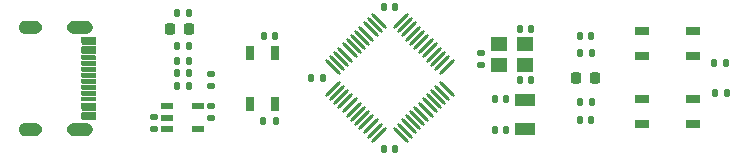
<source format=gtp>
%TF.GenerationSoftware,KiCad,Pcbnew,7.0.10*%
%TF.CreationDate,2024-01-31T15:03:46+08:00*%
%TF.ProjectId,UINIO-MCU-GD32F103CBT6,55494e49-4f2d-44d4-9355-2d4744333246,Version 3.1.2*%
%TF.SameCoordinates,PX72c1710PY5584170*%
%TF.FileFunction,Paste,Top*%
%TF.FilePolarity,Positive*%
%FSLAX46Y46*%
G04 Gerber Fmt 4.6, Leading zero omitted, Abs format (unit mm)*
G04 Created by KiCad (PCBNEW 7.0.10) date 2024-01-31 15:03:46*
%MOMM*%
%LPD*%
G01*
G04 APERTURE LIST*
G04 Aperture macros list*
%AMRoundRect*
0 Rectangle with rounded corners*
0 $1 Rounding radius*
0 $2 $3 $4 $5 $6 $7 $8 $9 X,Y pos of 4 corners*
0 Add a 4 corners polygon primitive as box body*
4,1,4,$2,$3,$4,$5,$6,$7,$8,$9,$2,$3,0*
0 Add four circle primitives for the rounded corners*
1,1,$1+$1,$2,$3*
1,1,$1+$1,$4,$5*
1,1,$1+$1,$6,$7*
1,1,$1+$1,$8,$9*
0 Add four rect primitives between the rounded corners*
20,1,$1+$1,$2,$3,$4,$5,0*
20,1,$1+$1,$4,$5,$6,$7,0*
20,1,$1+$1,$6,$7,$8,$9,0*
20,1,$1+$1,$8,$9,$2,$3,0*%
%AMHorizOval*
0 Thick line with rounded ends*
0 $1 width*
0 $2 $3 position (X,Y) of the first rounded end (center of the circle)*
0 $4 $5 position (X,Y) of the second rounded end (center of the circle)*
0 Add line between two ends*
20,1,$1,$2,$3,$4,$5,0*
0 Add two circle primitives to create the rounded ends*
1,1,$1,$2,$3*
1,1,$1,$4,$5*%
G04 Aperture macros list end*
%ADD10C,0.120000*%
%ADD11RoundRect,0.135000X0.135000X0.185000X-0.135000X0.185000X-0.135000X-0.185000X0.135000X-0.185000X0*%
%ADD12RoundRect,0.140000X0.140000X0.170000X-0.140000X0.170000X-0.140000X-0.170000X0.140000X-0.170000X0*%
%ADD13RoundRect,0.135000X-0.135000X-0.185000X0.135000X-0.185000X0.135000X0.185000X-0.135000X0.185000X0*%
%ADD14R,0.650000X1.200000*%
%ADD15R,1.800000X1.000000*%
%ADD16R,1.000000X0.600000*%
%ADD17RoundRect,0.140000X-0.140000X-0.170000X0.140000X-0.170000X0.140000X0.170000X-0.140000X0.170000X0*%
%ADD18RoundRect,0.218750X-0.218750X-0.256250X0.218750X-0.256250X0.218750X0.256250X-0.218750X0.256250X0*%
%ADD19R,1.200000X0.650000*%
%ADD20RoundRect,0.140000X-0.170000X0.140000X-0.170000X-0.140000X0.170000X-0.140000X0.170000X0.140000X0*%
%ADD21RoundRect,0.135000X0.185000X-0.135000X0.185000X0.135000X-0.185000X0.135000X-0.185000X-0.135000X0*%
%ADD22R,1.150000X0.600000*%
%ADD23R,1.150000X0.300000*%
%ADD24RoundRect,0.140000X0.170000X-0.140000X0.170000X0.140000X-0.170000X0.140000X-0.170000X-0.140000X0*%
%ADD25R,1.400000X1.200000*%
%ADD26HorizOval,0.280000X-0.537401X0.537401X0.537401X-0.537401X0*%
%ADD27HorizOval,0.280000X0.537401X0.537401X-0.537401X-0.537401X0*%
%ADD28RoundRect,0.218750X0.218750X0.256250X-0.218750X0.256250X-0.218750X-0.256250X0.218750X-0.256250X0*%
G04 APERTURE END LIST*
%TO.C,USB1*%
D10*
X4405060Y-7272130D02*
X3255060Y-7272130D01*
X3255060Y-6672130D01*
X4405060Y-6672130D01*
X4405060Y-7272130D01*
G36*
X4405060Y-7272130D02*
G01*
X3255060Y-7272130D01*
X3255060Y-6672130D01*
X4405060Y-6672130D01*
X4405060Y-7272130D01*
G37*
X4405060Y-8072130D02*
X3255060Y-8072130D01*
X3255060Y-7472130D01*
X4405060Y-7472130D01*
X4405060Y-8072130D01*
G36*
X4405060Y-8072130D02*
G01*
X3255060Y-8072130D01*
X3255060Y-7472130D01*
X4405060Y-7472130D01*
X4405060Y-8072130D01*
G37*
X4405060Y-8572130D02*
X3255060Y-8572130D01*
X3255060Y-8272130D01*
X4405060Y-8272130D01*
X4405060Y-8572130D01*
G36*
X4405060Y-8572130D02*
G01*
X3255060Y-8572130D01*
X3255060Y-8272130D01*
X4405060Y-8272130D01*
X4405060Y-8572130D01*
G37*
X4405060Y-9072130D02*
X3255060Y-9072130D01*
X3255060Y-8772130D01*
X4405060Y-8772130D01*
X4405060Y-9072130D01*
G36*
X4405060Y-9072130D02*
G01*
X3255060Y-9072130D01*
X3255060Y-8772130D01*
X4405060Y-8772130D01*
X4405060Y-9072130D01*
G37*
X4405060Y-9572130D02*
X3255060Y-9572130D01*
X3255060Y-9272130D01*
X4405060Y-9272130D01*
X4405060Y-9572130D01*
G36*
X4405060Y-9572130D02*
G01*
X3255060Y-9572130D01*
X3255060Y-9272130D01*
X4405060Y-9272130D01*
X4405060Y-9572130D01*
G37*
X4405060Y-10072130D02*
X3255060Y-10072130D01*
X3255060Y-9772130D01*
X4405060Y-9772130D01*
X4405060Y-10072130D01*
G36*
X4405060Y-10072130D02*
G01*
X3255060Y-10072130D01*
X3255060Y-9772130D01*
X4405060Y-9772130D01*
X4405060Y-10072130D01*
G37*
X4405060Y-10572130D02*
X3255060Y-10572130D01*
X3255060Y-10272130D01*
X4405060Y-10272130D01*
X4405060Y-10572130D01*
G36*
X4405060Y-10572130D02*
G01*
X3255060Y-10572130D01*
X3255060Y-10272130D01*
X4405060Y-10272130D01*
X4405060Y-10572130D01*
G37*
X4405060Y-11072130D02*
X3255060Y-11072130D01*
X3255060Y-10772130D01*
X4405060Y-10772130D01*
X4405060Y-11072130D01*
G36*
X4405060Y-11072130D02*
G01*
X3255060Y-11072130D01*
X3255060Y-10772130D01*
X4405060Y-10772130D01*
X4405060Y-11072130D01*
G37*
X4405060Y-11572130D02*
X3255060Y-11572130D01*
X3255060Y-11272130D01*
X4405060Y-11272130D01*
X4405060Y-11572130D01*
G36*
X4405060Y-11572130D02*
G01*
X3255060Y-11572130D01*
X3255060Y-11272130D01*
X4405060Y-11272130D01*
X4405060Y-11572130D01*
G37*
X4405060Y-12072130D02*
X3255060Y-12072130D01*
X3255060Y-11772130D01*
X4405060Y-11772130D01*
X4405060Y-12072130D01*
G36*
X4405060Y-12072130D02*
G01*
X3255060Y-12072130D01*
X3255060Y-11772130D01*
X4405060Y-11772130D01*
X4405060Y-12072130D01*
G37*
X4405060Y-12872130D02*
X3255060Y-12872130D01*
X3255060Y-12272130D01*
X4405060Y-12272130D01*
X4405060Y-12872130D01*
G36*
X4405060Y-12872130D02*
G01*
X3255060Y-12872130D01*
X3255060Y-12272130D01*
X4405060Y-12272130D01*
X4405060Y-12872130D01*
G37*
X4405060Y-13672130D02*
X3255060Y-13672130D01*
X3255060Y-13072130D01*
X4405060Y-13072130D01*
X4405060Y-13672130D01*
G36*
X4405060Y-13672130D02*
G01*
X3255060Y-13672130D01*
X3255060Y-13072130D01*
X4405060Y-13072130D01*
X4405060Y-13672130D01*
G37*
X3715060Y-5357130D02*
X3809060Y-5385130D01*
X3895060Y-5431130D01*
X3971060Y-5493130D01*
X4033060Y-5569130D01*
X4080060Y-5656130D01*
X4108060Y-5749130D01*
X4118060Y-5847130D01*
X4108060Y-5945130D01*
X4080060Y-6038130D01*
X4033060Y-6125130D01*
X3971060Y-6201130D01*
X3895060Y-6263130D01*
X3809060Y-6309130D01*
X3715060Y-6337130D01*
X3618060Y-6347130D01*
X2518060Y-6347130D01*
X2420060Y-6337130D01*
X2326060Y-6309130D01*
X2240060Y-6263130D01*
X2164060Y-6201130D01*
X2102060Y-6125130D01*
X2056060Y-6038130D01*
X2027060Y-5945130D01*
X2018060Y-5847130D01*
X2027060Y-5749130D01*
X2056060Y-5656130D01*
X2102060Y-5569130D01*
X2164060Y-5493130D01*
X2240060Y-5431130D01*
X2326060Y-5385130D01*
X2420060Y-5357130D01*
X2518060Y-5347130D01*
X3618060Y-5347130D01*
X3715060Y-5357130D01*
G36*
X3715060Y-5357130D02*
G01*
X3809060Y-5385130D01*
X3895060Y-5431130D01*
X3971060Y-5493130D01*
X4033060Y-5569130D01*
X4080060Y-5656130D01*
X4108060Y-5749130D01*
X4118060Y-5847130D01*
X4108060Y-5945130D01*
X4080060Y-6038130D01*
X4033060Y-6125130D01*
X3971060Y-6201130D01*
X3895060Y-6263130D01*
X3809060Y-6309130D01*
X3715060Y-6337130D01*
X3618060Y-6347130D01*
X2518060Y-6347130D01*
X2420060Y-6337130D01*
X2326060Y-6309130D01*
X2240060Y-6263130D01*
X2164060Y-6201130D01*
X2102060Y-6125130D01*
X2056060Y-6038130D01*
X2027060Y-5945130D01*
X2018060Y-5847130D01*
X2027060Y-5749130D01*
X2056060Y-5656130D01*
X2102060Y-5569130D01*
X2164060Y-5493130D01*
X2240060Y-5431130D01*
X2326060Y-5385130D01*
X2420060Y-5357130D01*
X2518060Y-5347130D01*
X3618060Y-5347130D01*
X3715060Y-5357130D01*
G37*
X-584940Y-5357130D02*
X-490940Y-5385130D01*
X-404940Y-5431130D01*
X-328940Y-5493130D01*
X-266940Y-5569130D01*
X-219940Y-5656130D01*
X-191940Y-5749130D01*
X-181940Y-5847130D01*
X-191940Y-5945130D01*
X-219940Y-6038130D01*
X-266940Y-6125130D01*
X-328940Y-6201130D01*
X-404940Y-6263130D01*
X-490940Y-6309130D01*
X-584940Y-6337130D01*
X-681940Y-6347130D01*
X-1581940Y-6347130D01*
X-1679940Y-6337130D01*
X-1773940Y-6309130D01*
X-1859940Y-6263130D01*
X-1935940Y-6201130D01*
X-1997940Y-6125130D01*
X-2043940Y-6038130D01*
X-2072940Y-5945130D01*
X-2081940Y-5847130D01*
X-2072940Y-5749130D01*
X-2043940Y-5656130D01*
X-1997940Y-5569130D01*
X-1935940Y-5493130D01*
X-1859940Y-5431130D01*
X-1773940Y-5385130D01*
X-1679940Y-5357130D01*
X-1581940Y-5347130D01*
X-681940Y-5347130D01*
X-584940Y-5357130D01*
G36*
X-584940Y-5357130D02*
G01*
X-490940Y-5385130D01*
X-404940Y-5431130D01*
X-328940Y-5493130D01*
X-266940Y-5569130D01*
X-219940Y-5656130D01*
X-191940Y-5749130D01*
X-181940Y-5847130D01*
X-191940Y-5945130D01*
X-219940Y-6038130D01*
X-266940Y-6125130D01*
X-328940Y-6201130D01*
X-404940Y-6263130D01*
X-490940Y-6309130D01*
X-584940Y-6337130D01*
X-681940Y-6347130D01*
X-1581940Y-6347130D01*
X-1679940Y-6337130D01*
X-1773940Y-6309130D01*
X-1859940Y-6263130D01*
X-1935940Y-6201130D01*
X-1997940Y-6125130D01*
X-2043940Y-6038130D01*
X-2072940Y-5945130D01*
X-2081940Y-5847130D01*
X-2072940Y-5749130D01*
X-2043940Y-5656130D01*
X-1997940Y-5569130D01*
X-1935940Y-5493130D01*
X-1859940Y-5431130D01*
X-1773940Y-5385130D01*
X-1679940Y-5357130D01*
X-1581940Y-5347130D01*
X-681940Y-5347130D01*
X-584940Y-5357130D01*
G37*
X3715060Y-14007130D02*
X3809060Y-14035130D01*
X3895060Y-14081130D01*
X3971060Y-14143130D01*
X4033060Y-14219130D01*
X4080060Y-14306130D01*
X4108060Y-14399130D01*
X4118060Y-14497130D01*
X4108060Y-14595130D01*
X4080060Y-14688130D01*
X4033060Y-14775130D01*
X3971060Y-14851130D01*
X3895060Y-14913130D01*
X3809060Y-14959130D01*
X3715060Y-14987130D01*
X3618060Y-14997130D01*
X2518060Y-14997130D01*
X2420060Y-14987130D01*
X2326060Y-14959130D01*
X2240060Y-14913130D01*
X2164060Y-14851130D01*
X2102060Y-14775130D01*
X2056060Y-14688130D01*
X2027060Y-14595130D01*
X2018060Y-14497130D01*
X2027060Y-14399130D01*
X2056060Y-14306130D01*
X2102060Y-14219130D01*
X2164060Y-14143130D01*
X2240060Y-14081130D01*
X2326060Y-14035130D01*
X2420060Y-14007130D01*
X2518060Y-13997130D01*
X3618060Y-13997130D01*
X3715060Y-14007130D01*
G36*
X3715060Y-14007130D02*
G01*
X3809060Y-14035130D01*
X3895060Y-14081130D01*
X3971060Y-14143130D01*
X4033060Y-14219130D01*
X4080060Y-14306130D01*
X4108060Y-14399130D01*
X4118060Y-14497130D01*
X4108060Y-14595130D01*
X4080060Y-14688130D01*
X4033060Y-14775130D01*
X3971060Y-14851130D01*
X3895060Y-14913130D01*
X3809060Y-14959130D01*
X3715060Y-14987130D01*
X3618060Y-14997130D01*
X2518060Y-14997130D01*
X2420060Y-14987130D01*
X2326060Y-14959130D01*
X2240060Y-14913130D01*
X2164060Y-14851130D01*
X2102060Y-14775130D01*
X2056060Y-14688130D01*
X2027060Y-14595130D01*
X2018060Y-14497130D01*
X2027060Y-14399130D01*
X2056060Y-14306130D01*
X2102060Y-14219130D01*
X2164060Y-14143130D01*
X2240060Y-14081130D01*
X2326060Y-14035130D01*
X2420060Y-14007130D01*
X2518060Y-13997130D01*
X3618060Y-13997130D01*
X3715060Y-14007130D01*
G37*
X-584940Y-14007130D02*
X-490940Y-14035130D01*
X-404940Y-14081130D01*
X-328940Y-14143130D01*
X-266940Y-14219130D01*
X-219940Y-14306130D01*
X-191940Y-14399130D01*
X-181940Y-14497130D01*
X-191940Y-14595130D01*
X-219940Y-14688130D01*
X-266940Y-14775130D01*
X-328940Y-14851130D01*
X-404940Y-14913130D01*
X-490940Y-14959130D01*
X-584940Y-14987130D01*
X-681940Y-14997130D01*
X-1581940Y-14997130D01*
X-1679940Y-14987130D01*
X-1773940Y-14959130D01*
X-1859940Y-14913130D01*
X-1935940Y-14851130D01*
X-1997940Y-14775130D01*
X-2043940Y-14688130D01*
X-2072940Y-14595130D01*
X-2081940Y-14497130D01*
X-2072940Y-14399130D01*
X-2043940Y-14306130D01*
X-1997940Y-14219130D01*
X-1935940Y-14143130D01*
X-1859940Y-14081130D01*
X-1773940Y-14035130D01*
X-1679940Y-14007130D01*
X-1581940Y-13997130D01*
X-681940Y-13997130D01*
X-584940Y-14007130D01*
G36*
X-584940Y-14007130D02*
G01*
X-490940Y-14035130D01*
X-404940Y-14081130D01*
X-328940Y-14143130D01*
X-266940Y-14219130D01*
X-219940Y-14306130D01*
X-191940Y-14399130D01*
X-181940Y-14497130D01*
X-191940Y-14595130D01*
X-219940Y-14688130D01*
X-266940Y-14775130D01*
X-328940Y-14851130D01*
X-404940Y-14913130D01*
X-490940Y-14959130D01*
X-584940Y-14987130D01*
X-681940Y-14997130D01*
X-1581940Y-14997130D01*
X-1679940Y-14987130D01*
X-1773940Y-14959130D01*
X-1859940Y-14913130D01*
X-1935940Y-14851130D01*
X-1997940Y-14775130D01*
X-2043940Y-14688130D01*
X-2072940Y-14595130D01*
X-2081940Y-14497130D01*
X-2072940Y-14399130D01*
X-2043940Y-14306130D01*
X-1997940Y-14219130D01*
X-1935940Y-14143130D01*
X-1859940Y-14081130D01*
X-1773940Y-14035130D01*
X-1679940Y-14007130D01*
X-1581940Y-13997130D01*
X-681940Y-13997130D01*
X-584940Y-14007130D01*
G37*
%TD*%
D11*
%TO.C,R1*%
X12329060Y-7452130D03*
X11309060Y-7452130D03*
%TD*%
D12*
%TO.C,C7*%
X46409060Y-13727130D03*
X45449060Y-13727130D03*
%TD*%
D13*
%TO.C,R8*%
X56839060Y-8912130D03*
X57859060Y-8912130D03*
%TD*%
D14*
%TO.C,SW2*%
X19664060Y-8072130D03*
X19664060Y-12372130D03*
X17514060Y-8072130D03*
X17514060Y-12372130D03*
%TD*%
D15*
%TO.C,Y1*%
X40799060Y-12012130D03*
X40799060Y-14512130D03*
%TD*%
D16*
%TO.C,U1*%
X10529060Y-12576130D03*
X10529060Y-13526130D03*
X10529060Y-14476130D03*
X13129060Y-14476130D03*
X13129060Y-12576130D03*
%TD*%
D17*
%TO.C,C11*%
X38239060Y-11972130D03*
X39199060Y-11972130D03*
%TD*%
D18*
%TO.C,D1*%
X10751560Y-6062130D03*
X12326560Y-6062130D03*
%TD*%
D19*
%TO.C,SW3*%
X50689060Y-11952130D03*
X54989060Y-11952130D03*
X50689060Y-14102130D03*
X54989060Y-14102130D03*
%TD*%
D20*
%TO.C,C2*%
X9429060Y-13512130D03*
X9429060Y-14472130D03*
%TD*%
D13*
%TO.C,R10*%
X45419060Y-12177130D03*
X46439060Y-12177130D03*
%TD*%
%TO.C,R4*%
X11309060Y-10882130D03*
X12329060Y-10882130D03*
%TD*%
D12*
%TO.C,C4*%
X29829060Y-4172130D03*
X28869060Y-4172130D03*
%TD*%
D21*
%TO.C,R12*%
X14229060Y-10850000D03*
X14229060Y-9830000D03*
%TD*%
D17*
%TO.C,C10*%
X38239060Y-14542130D03*
X39199060Y-14542130D03*
%TD*%
D22*
%TO.C,USB1*%
X3830060Y-6972130D03*
X3830060Y-7772130D03*
D23*
X3830060Y-8922130D03*
X3830060Y-9922130D03*
X3830060Y-10422130D03*
X3830060Y-11422130D03*
D22*
X3830060Y-13372130D03*
X3830060Y-12572130D03*
D23*
X3830060Y-11922130D03*
X3830060Y-10922130D03*
X3830060Y-9422130D03*
X3830060Y-8422130D03*
%TD*%
D24*
%TO.C,C5*%
X14239060Y-13532130D03*
X14239060Y-12572130D03*
%TD*%
D11*
%TO.C,R9*%
X57869060Y-11452130D03*
X56849060Y-11452130D03*
%TD*%
D25*
%TO.C,Y2*%
X40759060Y-7332130D03*
X38559060Y-7332130D03*
X38559060Y-9032130D03*
X40759060Y-9032130D03*
%TD*%
D13*
%TO.C,R5*%
X45419060Y-8077130D03*
X46439060Y-8077130D03*
%TD*%
D17*
%TO.C,C6*%
X28859060Y-16152130D03*
X29819060Y-16152130D03*
%TD*%
D21*
%TO.C,R7*%
X37089060Y-9112130D03*
X37089060Y-8092130D03*
%TD*%
D26*
%TO.C,U2*%
X30268299Y-14975456D03*
X30621852Y-14621903D03*
X30975406Y-14268349D03*
X31328959Y-13914796D03*
X31682512Y-13561243D03*
X32036066Y-13207689D03*
X32389619Y-12854136D03*
X32743173Y-12500582D03*
X33096726Y-12147029D03*
X33450279Y-11793476D03*
X33803833Y-11439922D03*
X34157386Y-11086369D03*
D27*
X34157386Y-9247891D03*
X33803833Y-8894338D03*
X33450279Y-8540784D03*
X33096726Y-8187231D03*
X32743173Y-7833678D03*
X32389619Y-7480124D03*
X32036066Y-7126571D03*
X31682512Y-6773017D03*
X31328959Y-6419464D03*
X30975406Y-6065911D03*
X30621852Y-5712357D03*
X30268299Y-5358804D03*
D26*
X28429821Y-5358804D03*
X28076268Y-5712357D03*
X27722714Y-6065911D03*
X27369161Y-6419464D03*
X27015608Y-6773017D03*
X26662054Y-7126571D03*
X26308501Y-7480124D03*
X25954947Y-7833678D03*
X25601394Y-8187231D03*
X25247841Y-8540784D03*
X24894287Y-8894338D03*
X24540734Y-9247891D03*
D27*
X24540734Y-11086369D03*
X24894287Y-11439922D03*
X25247841Y-11793476D03*
X25601394Y-12147029D03*
X25954947Y-12500582D03*
X26308501Y-12854136D03*
X26662054Y-13207689D03*
X27015608Y-13561243D03*
X27369161Y-13914796D03*
X27722714Y-14268349D03*
X28076268Y-14621903D03*
X28429821Y-14975456D03*
%TD*%
D12*
%TO.C,C8*%
X41329060Y-10342130D03*
X40369060Y-10342130D03*
%TD*%
D11*
%TO.C,R3*%
X12329060Y-8702130D03*
X11309060Y-8702130D03*
%TD*%
%TO.C,R2*%
X12329060Y-9792130D03*
X11309060Y-9792130D03*
%TD*%
D12*
%TO.C,C1*%
X46409060Y-6577130D03*
X45449060Y-6577130D03*
%TD*%
D28*
%TO.C,L1*%
X46716560Y-10177130D03*
X45141560Y-10177130D03*
%TD*%
D12*
%TO.C,C9*%
X19669060Y-6582130D03*
X18709060Y-6582130D03*
%TD*%
D11*
%TO.C,R11*%
X12329060Y-4660000D03*
X11309060Y-4660000D03*
%TD*%
D17*
%TO.C,C3*%
X22699060Y-10132130D03*
X23659060Y-10132130D03*
%TD*%
D13*
%TO.C,R6*%
X18659060Y-13832130D03*
X19679060Y-13832130D03*
%TD*%
D12*
%TO.C,C12*%
X41329060Y-6022130D03*
X40369060Y-6022130D03*
%TD*%
D19*
%TO.C,SW1*%
X54989060Y-8352130D03*
X50689060Y-8352130D03*
X54989060Y-6202130D03*
X50689060Y-6202130D03*
%TD*%
M02*

</source>
